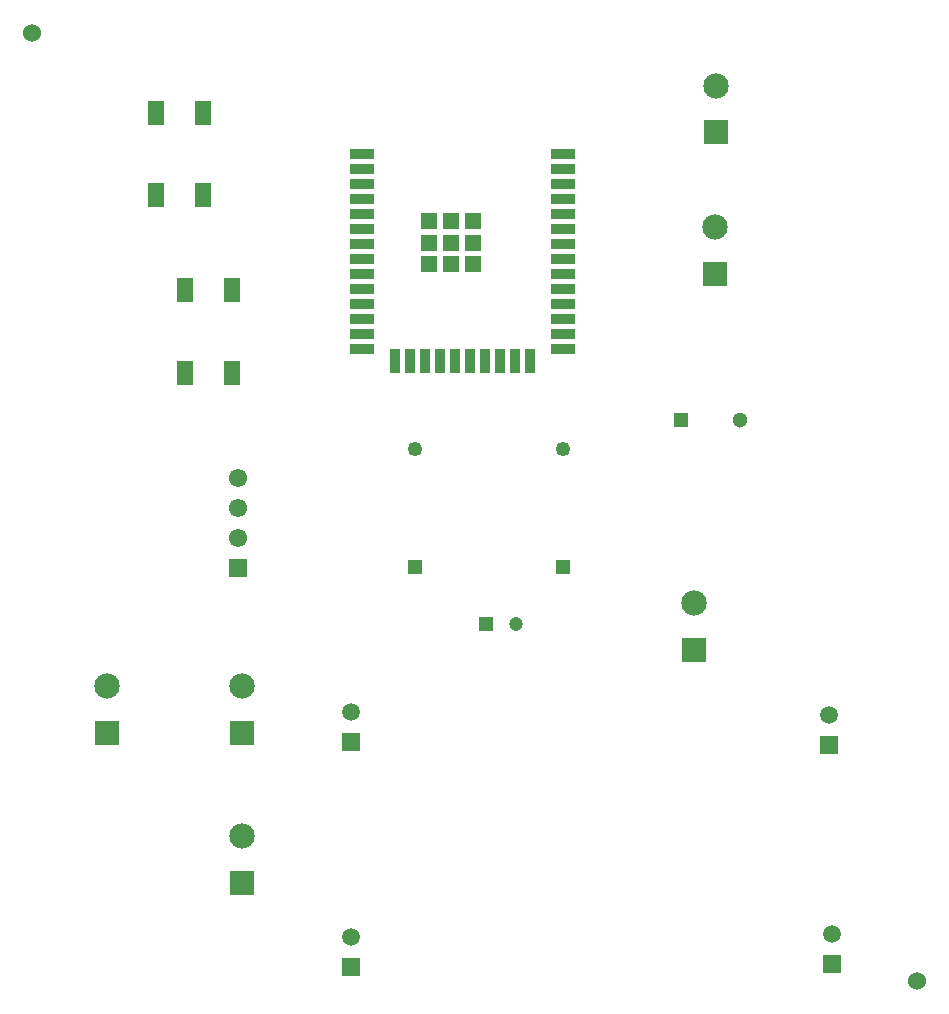
<source format=gbr>
G04*
G04 #@! TF.GenerationSoftware,Altium Limited,Altium Designer,22.4.2 (48)*
G04*
G04 Layer_Color=255*
%FSLAX25Y25*%
%MOIN*%
G70*
G04*
G04 #@! TF.SameCoordinates,D1C75A00-648E-4898-854E-167750E82D76*
G04*
G04*
G04 #@! TF.FilePolarity,Positive*
G04*
G01*
G75*
%ADD15R,0.05512X0.07874*%
%ADD16R,0.05236X0.05236*%
%ADD17R,0.03543X0.07874*%
%ADD18R,0.07874X0.03543*%
%ADD24C,0.04921*%
%ADD25R,0.04921X0.04921*%
%ADD26C,0.04724*%
%ADD27R,0.04724X0.04724*%
%ADD28C,0.05118*%
%ADD29R,0.05118X0.05118*%
%ADD35R,0.08465X0.08465*%
%ADD36C,0.08465*%
%ADD37C,0.05906*%
%ADD38R,0.05906X0.05906*%
%ADD39R,0.06102X0.06102*%
%ADD40C,0.06102*%
%ADD41C,0.06000*%
D15*
X66929Y299213D02*
D03*
Y271654D02*
D03*
X51181Y299213D02*
D03*
Y271654D02*
D03*
X61024Y212598D02*
D03*
Y240158D02*
D03*
X76772Y212598D02*
D03*
Y240158D02*
D03*
D16*
X156831Y248681D02*
D03*
X149606D02*
D03*
X142382D02*
D03*
X156831Y255906D02*
D03*
X149606D02*
D03*
X142382D02*
D03*
X156831Y263130D02*
D03*
X149606D02*
D03*
X142382D02*
D03*
D17*
X176043Y216496D02*
D03*
X171043D02*
D03*
X166043D02*
D03*
X161043D02*
D03*
X156043D02*
D03*
X151043D02*
D03*
X146043D02*
D03*
X141043D02*
D03*
X136043D02*
D03*
X131043D02*
D03*
D18*
X187008Y285433D02*
D03*
Y280433D02*
D03*
Y275433D02*
D03*
Y270433D02*
D03*
Y265433D02*
D03*
Y260433D02*
D03*
Y255433D02*
D03*
Y250433D02*
D03*
Y245433D02*
D03*
Y240433D02*
D03*
Y235433D02*
D03*
Y230433D02*
D03*
Y225433D02*
D03*
Y220433D02*
D03*
X120079D02*
D03*
Y225433D02*
D03*
Y230433D02*
D03*
Y235433D02*
D03*
Y240433D02*
D03*
Y245433D02*
D03*
Y250433D02*
D03*
Y255433D02*
D03*
Y260433D02*
D03*
Y265433D02*
D03*
Y270433D02*
D03*
Y275433D02*
D03*
Y280433D02*
D03*
Y285433D02*
D03*
D24*
X137795Y187008D02*
D03*
X187008D02*
D03*
D25*
X137795Y147638D02*
D03*
X187008D02*
D03*
D26*
X171260Y128937D02*
D03*
D27*
X161417D02*
D03*
D28*
X246063Y196850D02*
D03*
D29*
X226378D02*
D03*
D35*
X237598Y245374D02*
D03*
X237992Y292697D02*
D03*
X230709Y120157D02*
D03*
X80118Y42401D02*
D03*
X34843Y92598D02*
D03*
X80118Y92598D02*
D03*
D36*
X237598Y260965D02*
D03*
X237992Y308287D02*
D03*
X230709Y135748D02*
D03*
X80118Y57992D02*
D03*
X34843Y108189D02*
D03*
X80118Y108189D02*
D03*
D37*
X275590Y98425D02*
D03*
X276575Y25591D02*
D03*
X116142Y99410D02*
D03*
Y24606D02*
D03*
D38*
X275590Y88425D02*
D03*
X276575Y15590D02*
D03*
X116142Y89410D02*
D03*
Y14606D02*
D03*
D39*
X78740Y147480D02*
D03*
D40*
Y157480D02*
D03*
Y167480D02*
D03*
Y177480D02*
D03*
D41*
X9843Y325787D02*
D03*
X305118Y9843D02*
D03*
M02*

</source>
